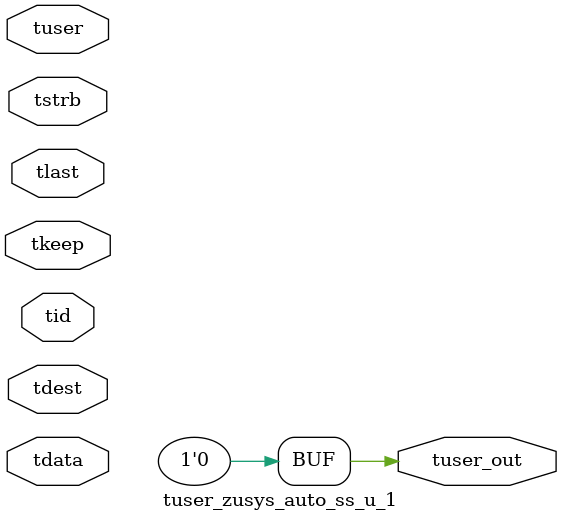
<source format=v>


`timescale 1ps/1ps

module tuser_zusys_auto_ss_u_1 #
(
parameter C_S_AXIS_TUSER_WIDTH = 1,
parameter C_S_AXIS_TDATA_WIDTH = 32,
parameter C_S_AXIS_TID_WIDTH   = 0,
parameter C_S_AXIS_TDEST_WIDTH = 0,
parameter C_M_AXIS_TUSER_WIDTH = 1
)
(
input  [(C_S_AXIS_TUSER_WIDTH == 0 ? 1 : C_S_AXIS_TUSER_WIDTH)-1:0     ] tuser,
input  [(C_S_AXIS_TDATA_WIDTH == 0 ? 1 : C_S_AXIS_TDATA_WIDTH)-1:0     ] tdata,
input  [(C_S_AXIS_TID_WIDTH   == 0 ? 1 : C_S_AXIS_TID_WIDTH)-1:0       ] tid,
input  [(C_S_AXIS_TDEST_WIDTH == 0 ? 1 : C_S_AXIS_TDEST_WIDTH)-1:0     ] tdest,
input  [(C_S_AXIS_TDATA_WIDTH/8)-1:0 ] tkeep,
input  [(C_S_AXIS_TDATA_WIDTH/8)-1:0 ] tstrb,
input                                                                    tlast,
output [C_M_AXIS_TUSER_WIDTH-1:0] tuser_out
);

assign tuser_out = {1'b0};

endmodule


</source>
